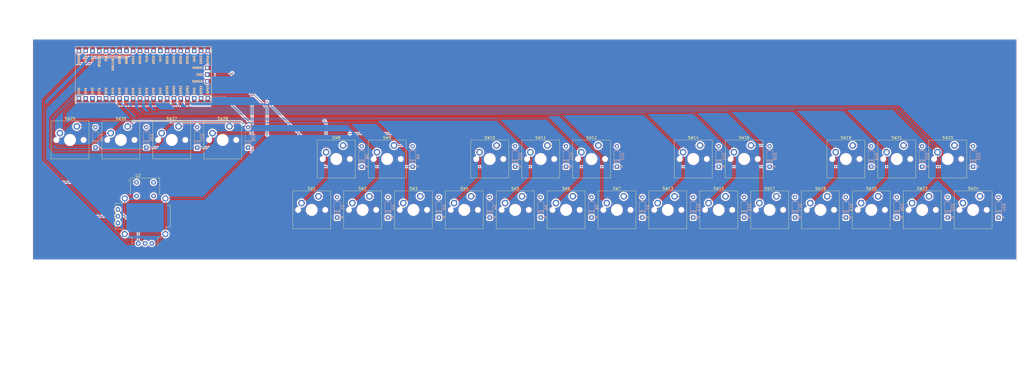
<source format=kicad_pcb>
(kicad_pcb (version 20240108) (generator "pcbnew") (generator_version "8.0")
  (layers (0 "F.Cu" signal) (31 "B.Cu" signal) (34 "B.Paste" user) (35 "F.Paste" user) (36 "B.SilkS" user "B.Silkscreen") (37 "F.SilkS" user "F.Silkscreen") (38 "B.Mask" user) (39 "F.Mask" user) (44 "Edge.Cuts" user))
  (net 0 "")
  (net 1 "row1")
  (net 2 "Net-(D1-A)")
  (net 3 "Net-(D2-A)")
  (net 4 "Net-(D3-A)")
  (net 5 "Net-(D4-A)")
  (net 6 "Net-(D5-A)")
  (net 7 "Net-(D6-A)")
  (net 8 "Net-(D7-A)")
  (net 9 "Net-(D8-A)")
  (net 10 "row0")
  (net 11 "Net-(D9-A)")
  (net 12 "Net-(D10-A)")
  (net 13 "Net-(D11-A)")
  (net 14 "Net-(D12-A)")
  (net 15 "Net-(D13-A)")
  (net 16 "col0")
  (net 17 "col1")
  (net 18 "col2")
  (net 19 "col3")
  (net 20 "col4")
  (net 21 "col5")
  (net 22 "col6")
  (net 23 "col7")
  (net 45 "Net-(D14-A)")
  (net 46 "Net-(D15-A)")
  (net 47 "Net-(D16-A)")
  (net 48 "Net-(D17-A)")
  (net 49 "Net-(D18-A)")
  (net 50 "Net-(D19-A)")
  (net 51 "Net-(D20-A)")
  (net 52 "Net-(D21-A)")
  (net 53 "Net-(D22-A)")
  (net 54 "Net-(D23-A)")
  (net 55 "Net-(D24-A)")
  (net 56 "Net-(D25-A)")
  (net 57 "Net-(D26-A)")
  (net 58 "Net-(D27-A)")
  (net 59 "Net-(D28-A)")
  (net 60 "col8")
  (net 61 "col9")
  (net 62 "col10")
  (net 63 "col11")
  (net 64 "col12")
  (net 65 "col13")
  (net 66 "gnd")
  (net 67 "Net-(U1-3V3)")
  (net 68 "Net-(U1-GPIO27_ADC1)")
  (net 69 "row2")
  (net 70 "Net-(U1-GPIO17)")
  (net 71 "Net-(U1-GPIO26_ADC0)")
  (footprint "joystick:XDCR_COM-09032" (layer "F.Cu") (at 78.58425 118.27375)
    (property "Reference" "U2")
    (property "Value" "COM-09032")
  )
  (footprint "ScottoKeebs_MX:MX_PCB_1.00unew" (layer "F.Cu") (at 350.523 115.8925)
    (property "Reference" "SW20")
    (property "Value" "SW_Push")
  )
  (footprint "ScottoKeebs_MX:MX_PCB_1.00unew" (layer "F.Cu") (at 274.323 115.8925)
    (property "Reference" "SW13")
    (property "Value" "SW_Push")
  )
  (footprint "ScottoKeebs_MCU:Raspberry_Pi_Pico" (layer "F.Cu") (at 77.94925 65.25125 90)
    (property "Reference" "U1" (hide yes))
    (property "Value" "Raspberry_Pi_Pico" (hide yes))
  )
  (footprint "ScottoKeebs_MX:MX_PCB_1.00unew" (layer "F.Cu") (at 293.373 115.8925)
    (property "Reference" "SW15")
    (property "Value" "SW_Push")
  )
  (footprint "ScottoKeebs_MX:MX_PCB_1.00unew" (layer "F.Cu") (at 388.623 115.8925)
    (property "Reference" "SW24")
    (property "Value" "SW_Push")
  )
  (footprint "ScottoKeebs_MX:MX_PCB_1.00unew" (layer "F.Cu") (at 140.973 115.8925)
    (property "Reference" "SW1")
    (property "Value" "SW_Push")
  )
  (footprint "ScottoKeebs_MX:MX_PCB_1.00unew" (layer "F.Cu") (at 226.698 96.8425)
    (property "Reference" "SW11")
    (property "Value" "SW_Push")
  )
  (footprint "ScottoKeebs_MX:MX_PCB_1.00unew" (layer "F.Cu") (at 179.073 115.8925)
    (property "Reference" "SW3")
    (property "Value" "SW_Push")
  )
  (footprint "ScottoKeebs_MX:MX_PCB_1.00unew" (layer "F.Cu") (at 331.473 115.8925)
    (property "Reference" "SW18")
    (property "Value" "SW_Push")
  )
  (footprint "ScottoKeebs_MX:MX_PCB_1.00unew" (layer "F.Cu") (at 245.748 96.8425)
    (property "Reference" "SW12")
    (property "Value" "SW_Push")
  )
  (footprint "ScottoKeebs_MX:MX_PCB_1.00unew" (layer "F.Cu") (at 198.123 115.8925)
    (property "Reference" "SW4")
    (property "Value" "SW_Push")
  )
  (footprint "ScottoKeebs_MX:MX_PCB_1.00unew" (layer "F.Cu") (at 340.998 96.8425)
    (property "Reference" "SW19")
    (property "Value" "SW_Push")
  )
  (footprint "ScottoKeebs_MX:MX_PCB_1.00unew" (layer "F.Cu") (at 50.4855 89.69875)
    (property "Reference" "SW25")
    (property "Value" "SW_Push")
  )
  (footprint "ScottoKeebs_MX:MX_PCB_1.00unew" (layer "F.Cu") (at 360.048 96.8425)
    (property "Reference" "SW21")
    (property "Value" "SW_Push")
  )
  (footprint "ScottoKeebs_MX:MX_PCB_1.00unew" (layer "F.Cu") (at 255.273 115.8925)
    (property "Reference" "SW7")
    (property "Value" "SW_Push")
  )
  (footprint "ScottoKeebs_MX:MX_PCB_1.00unew" (layer "F.Cu") (at 283.848 96.8425)
    (property "Reference" "SW14")
    (property "Value" "SW_Push")
  )
  (footprint "ScottoKeebs_MX:MX_PCB_1.00unew" (layer "F.Cu") (at 302.898 96.8425)
    (property "Reference" "SW16")
    (property "Value" "SW_Push")
  )
  (footprint "ScottoKeebs_MX:MX_PCB_1.00unew" (layer "F.Cu") (at 217.173 115.8925)
    (property "Reference" "SW5")
    (property "Value" "SW_Push")
  )
  (footprint "ScottoKeebs_MX:MX_PCB_1.00unew" (layer "F.Cu") (at 69.5355 89.69875)
    (property "Reference" "SW26")
    (property "Value" "SW_Push")
  )
  (footprint "ScottoKeebs_MX:MX_PCB_1.00unew" (layer "F.Cu") (at 207.648 96.8425)
    (property "Reference" "SW10")
    (property "Value" "SW_Push")
  )
  (footprint "ScottoKeebs_MX:MX_PCB_1.00unew" (layer "F.Cu") (at 369.573 115.8925)
    (property "Reference" "SW22")
    (property "Value" "SW_Push")
  )
  (footprint "ScottoKeebs_MX:MX_PCB_1.00unew" (layer "F.Cu") (at 169.2305 96.8425)
    (property "Reference" "SW9")
    (property "Value" "SW_Push")
  )
  (footprint "ScottoKeebs_MX:MX_PCB_1.00unew" (layer "F.Cu") (at 160.023 115.8925)
    (property "Reference" "SW2")
    (property "Value" "SW_Push")
  )
  (footprint "ScottoKeebs_MX:MX_PCB_1.00unew" (layer "F.Cu") (at 107.6355 89.69875)
    (property "Reference" "SW28")
    (property "Value" "SW_Push")
  )
  (footprint "ScottoKeebs_MX:MX_PCB_1.00unew" (layer "F.Cu") (at 88.5855 89.69875)
    (property "Reference" "SW27")
    (property "Value" "SW_Push")
  )
  (footprint "ScottoKeebs_MX:MX_PCB_1.00unew" (layer "F.Cu") (at 150.1805 96.8425)
    (property "Reference" "SW8")
    (property "Value" "SW_Push")
  )
  (footprint "ScottoKeebs_MX:MX_PCB_1.00unew" (layer "F.Cu") (at 379.098 96.8425)
    (property "Reference" "SW23")
    (property "Value" "SW_Push")
  )
  (footprint "ScottoKeebs_MX:MX_PCB_1.00unew" (layer "F.Cu") (at 312.423 115.8925)
    (property "Reference" "SW17")
    (property "Value" "SW_Push")
  )
  (footprint "ScottoKeebs_MX:MX_PCB_1.00unew" (layer "F.Cu") (at 236.223 115.8925)
    (property "Reference" "SW6")
    (property "Value" "SW_Push")
  )
  (footprint "Diode_THT:D_DO-35_SOD27_P7.62mm_Horizontal" (layer "B.Cu") (at 283.848 118.75 90)
    (property "Reference" "D13")
    (property "Value" "1N4148")
  )
  (footprint "Diode_THT:D_DO-35_SOD27_P7.62mm_Horizontal" (layer "B.Cu") (at 169.548 118.75 90)
    (property "Reference" "D2")
    (property "Value" "1N4148")
  )
  (footprint "Diode_THT:D_DO-35_SOD27_P7.62mm_Horizontal" (layer "B.Cu") (at 312.423 99.7 90)
    (property "Reference" "D16")
    (property "Value" "1N4148")
  )
  (footprint "Diode_THT:D_DO-35_SOD27_P7.62mm_Horizontal" (layer "B.Cu") (at 159.7055 99.7 90)
    (property "Reference" "D8")
    (property "Value" "1N4148")
  )
  (footprint "Diode_THT:D_DO-35_SOD27_P7.62mm_Horizontal" (layer "B.Cu") (at 302.898 118.75 90)
    (property "Reference" "D15")
    (property "Value" "1N4148")
  )
  (footprint "Diode_THT:D_DO-35_SOD27_P7.62mm_Horizontal" (layer "B.Cu") (at 188.598 118.75 90)
    (property "Reference" "D3")
    (property "Value" "1N4148")
  )
  (footprint "Diode_THT:D_DO-35_SOD27_P7.62mm_Horizontal" (layer "B.Cu") (at 117.1605 92.55625 90)
    (property "Reference" "D28")
    (property "Value" "1N4148")
  )
  (footprint "Diode_THT:D_DO-35_SOD27_P7.62mm_Horizontal" (layer "B.Cu") (at 379.098 118.75 90)
    (property "Reference" "D22")
    (property "Value" "1N4148")
  )
  (footprint "Diode_THT:D_DO-35_SOD27_P7.62mm_Horizontal" (layer "B.Cu") (at 360.048 118.75 90)
    (property "Reference" "D20")
    (property "Value" "1N4148")
  )
  (footprint "Diode_THT:D_DO-35_SOD27_P7.62mm_Horizontal" (layer "B.Cu") (at 369.573 99.7 90)
    (property "Reference" "D21")
    (property "Value" "1N4148")
  )
  (footprint "Diode_THT:D_DO-35_SOD27_P7.62mm_Horizontal" (layer "B.Cu") (at 245.748 118.75 90)
    (property "Reference" "D6")
    (property "Value" "1N4148")
  )
  (footprint "Diode_THT:D_DO-35_SOD27_P7.62mm_Horizontal" (layer "B.Cu") (at 217.173 99.7 90)
    (property "Reference" "D10")
    (property "Value" "1N4148")
  )
  (footprint "Diode_THT:D_DO-35_SOD27_P7.62mm_Horizontal" (layer "B.Cu") (at 60.0105 92.55625 90)
    (property "Reference" "D25")
    (property "Value" "1N4148")
  )
  (footprint "Diode_THT:D_DO-35_SOD27_P7.62mm_Horizontal" (layer "B.Cu") (at 398.148 118.75 90)
    (property "Reference" "D24")
    (property "Value" "1N4148")
  )
  (footprint "Diode_THT:D_DO-35_SOD27_P7.62mm_Horizontal" (layer "B.Cu") (at 388.623 99.7 90)
    (property "Reference" "D23")
    (property "Value" "1N4148")
  )
  (footprint "Diode_THT:D_DO-35_SOD27_P7.62mm_Horizontal" (layer "B.Cu") (at 207.648 118.75 90)
    (property "Reference" "D4")
    (property "Value" "1N4148")
  )
  (footprint "Diode_THT:D_DO-35_SOD27_P7.62mm_Horizontal" (layer "B.Cu") (at 350.523 99.7 90)
    (property "Reference" "D19")
    (property "Value" "1N4148")
  )
  (footprint "Diode_THT:D_DO-35_SOD27_P7.62mm_Horizontal" (layer "B.Cu") (at 178.7555 99.7 90)
    (property "Reference" "D9")
    (property "Value" "1N4148")
  )
  (footprint "Diode_THT:D_DO-35_SOD27_P7.62mm_Horizontal" (layer "B.Cu") (at 255.273 99.7 90)
    (property "Reference" "D12")
    (property "Value" "1N4148")
  )
  (footprint "Diode_THT:D_DO-35_SOD27_P7.62mm_Horizontal" (layer "B.Cu") (at 293.373 99.7 90)
    (property "Reference" "D14")
    (property "Value" "1N4148")
  )
  (footprint "Diode_THT:D_DO-35_SOD27_P7.62mm_Horizontal" (layer "B.Cu") (at 226.698 118.75 90)
    (property "Reference" "D5")
    (property "Value" "1N4148")
  )
  (footprint "Diode_THT:D_DO-35_SOD27_P7.62mm_Horizontal" (layer "B.Cu") (at 79.0605 92.55625 90)
    (property "Reference" "D26")
    (property "Value" "1N4148")
  )
  (footprint "Diode_THT:D_DO-35_SOD27_P7.62mm_Horizontal" (layer "B.Cu") (at 236.223 99.7 90)
    (property "Reference" "D11")
    (property "Value" "1N4148")
  )
  (footprint "Diode_THT:D_DO-35_SOD27_P7.62mm_Horizontal" (layer "B.Cu") (at 150.498 118.75 90)
    (property "Reference" "D1")
    (property "Value" "1N4148")
  )
  (footprint "Diode_THT:D_DO-35_SOD27_P7.62mm_Horizontal" (layer "B.Cu") (at 98.1105 92.55625 90)
    (property "Reference" "D27")
    (property "Value" "1N4148")
  )
  (footprint "Diode_THT:D_DO-35_SOD27_P7.62mm_Horizontal" (layer "B.Cu") (at 264.798 118.75 90)
    (property "Reference" "D7")
    (property "Value" "1N4148")
  )
  (footprint "Diode_THT:D_DO-35_SOD27_P7.62mm_Horizontal" (layer "B.Cu") (at 340.998 118.75 90)
    (property "Reference" "D18")
    (property "Value" "1N4148")
  )
  (footprint "Diode_THT:D_DO-35_SOD27_P7.62mm_Horizontal" (layer "B.Cu") (at 321.948 118.75 90)
    (property "Reference" "D17")
    (property "Value" "1N4148")
  )
  (gr_rect (start 36.177 51.595) (end 405.3095 134.9475) (stroke (width 0.05)) (fill none) (layer "Edge.Cuts"))
  (segment (start 350.523 99.7) (end 369.573 99.7) (width 0.2) (layer "F.Cu") (net 1))
  (segment (start 159.7055 99.7) (end 178.7555 99.7) (width 0.2) (layer "F.Cu") (net 1))
  (segment (start 143.8755 94.993) (end 124.2925 75.41) (width 0.2) (layer "F.Cu") (net 1))
  (segment (start 369.573 99.7) (end 388.623 99.7) (width 0.2) (layer "F.Cu") (net 1))
  (segment (start 312.423 99.7) (end 350.523 99.7) (width 0.2) (layer "F.Cu") (net 1))
  (segment (start 159.7055 99.7) (end 145.983686 99.7) (width 0.2) (layer "F.Cu") (net 1))
  (segment (start 217.173 99.7) (end 236.223 99.7) (width 0.2) (layer "F.Cu") (net 1))
  (segment (start 143.8755 97.591814) (end 143.8755 94.993) (width 0.2) (layer "F.Cu") (net 1))
  (segment (start 293.373 99.7) (end 312.423 99.7) (width 0.2) (layer "F.Cu") (net 1))
  (segment (start 255.273 99.7) (end 293.373 99.7) (width 0.2) (layer "F.Cu") (net 1))
  (segment (start 145.983686 99.7) (end 143.8755 97.591814) (width 0.2) (layer "F.Cu") (net 1))
  (segment (start 236.223 99.7) (end 255.273 99.7) (width 0.2) (layer "F.Cu") (net 1))
  (segment (start 178.7555 99.7) (end 217.173 99.7) (width 0.2) (layer "F.Cu") (net 1))
  (via (at 124.2925 75.41) (size 0.6) (drill 0.3) (layers "F.Cu" "B.Cu") (net 1))
  (segment (start 121.911 75.41) (end 119.49225 72.99125) (width 0.2) (layer "B.Cu") (net 1))
  (segment (start 119.49225 72.99125) (end 100.68925 72.99125) (width 0.2) (layer "B.Cu") (net 1))
  (segment (start 100.68925 72.99125) (end 99.53925 74.14125) (width 0.2) (layer "B.Cu") (net 1))
  (segment (start 124.2925 75.41) (end 121.911 75.41) (width 0.2) (layer "B.Cu") (net 1))
  (segment (start 150.1805 110.8125) (end 150.498 111.13) (width 0.2) (layer "F.Cu") (net 2))
  (segment (start 143.513 110.8125) (end 150.1805 110.8125) (width 0.2) (layer "F.Cu") (net 2))
  (segment (start 169.2305 110.8125) (end 169.548 111.13) (width 0.2) (layer "F.Cu") (net 3))
  (segment (start 162.563 110.8125) (end 169.2305 110.8125) (width 0.2) (layer "F.Cu") (net 3))
  (segment (start 181.613 110.8125) (end 188.2805 110.8125) (width 0.2) (layer "F.Cu") (net 4))
  (segment (start 188.2805 110.8125) (end 188.598 111.13) (width 0.2) (layer "F.Cu") (net 4))
  (segment (start 200.663 110.8125) (end 207.3305 110.8125) (width 0.2) (layer "F.Cu") (net 5))
  (segment (start 207.3305 110.8125) (end 207.648 111.13) (width 0.2) (layer "F.Cu") (net 5))
  (segment (start 219.713 110.8125) (end 226.3805 110.8125) (width 0.2) (layer "F.Cu") (net 6))
  (segment (start 226.3805 110.8125) (end 226.698 111.13) (width 0.2) (layer "F.Cu") (net 6))
  (segment (start 245.4305 110.8125) (end 245.748 111.13) (width 0.2) (layer "F.Cu") (net 7))
  (segment (start 238.763 110.8125) (end 245.4305 110.8125) (width 0.2) (layer "F.Cu") (net 7))
  (segment (start 264.4805 110.8125) (end 264.798 111.13) (width 0.2) (layer "F.Cu") (net 8))
  (segment (start 257.813 110.8125) (end 264.4805 110.8125) (width 0.2) (layer "F.Cu") (net 8))
  (segment (start 152.7205 91.7625) (end 159.388 91.7625) (width 0.2) (layer "F.Cu") (net 9))
  (segment (start 159.388 91.7625) (end 159.7055 92.08) (width 0.2) (layer "F.Cu") (net 9))
  (segment (start 117.1605 92.55625) (end 118.2605 91.45625) (width 0.2) (layer "F.Cu") (net 10))
  (segment (start 60.0105 92.55625) (end 79.0605 92.55625) (width 0.2) (layer "F.Cu") (net 10))
  (segment (start 108.74675 74.14125) (end 102.07925 74.14125) (width 0.2) (layer "F.Cu") (net 10))
  (segment (start 98.1105 92.55625) (end 117.1605 92.55625) (width 0.2) (layer "F.Cu") (net 10))
  (segment (start 118.2605 91.45625) (end 118.2605 83.655) (width 0.2) (layer "F.Cu") (net 10))
  (segment (start 118.2605 83.655) (end 108.74675 74.14125) (width 0.2) (layer "F.Cu") (net 10))
  (segment (start 79.0605 92.55625) (end 98.1105 92.55625) (width 0.2) (layer "F.Cu") (net 10))
  (segment (start 171.7705 91.7625) (end 178.438 91.7625) (width 0.2) (layer "F.Cu") (net 11))
  (segment (start 178.438 91.7625) (end 178.7555 92.08) (width 0.2) (layer "F.Cu") (net 11))
  (segment (start 210.188 91.7625) (end 216.8555 91.7625) (width 0.2) (layer "F.Cu") (net 12))
  (segment (start 216.8555 91.7625) (end 217.173 92.08) (width 0.2) (layer "F.Cu") (net 12))
  (segment (start 235.9055 91.7625) (end 236.223 92.08) (width 0.2) (layer "F.Cu") (net 13))
  (segment (start 229.238 91.7625) (end 235.9055 91.7625) (width 0.2) (layer "F.Cu") (net 13))
  (segment (start 248.288 91.7625) (end 254.9555 91.7625) (width 0.2) (layer "F.Cu") (net 14))
  (segment (start 254.9555 91.7625) (end 255.273 92.08) (width 0.2) (layer "F.Cu") (net 14))
  (segment (start 276.863 110.8125) (end 283.5305 110.8125) (width 0.2) (layer "F.Cu") (net 15))
  (segment (start 283.5305 110.8125) (end 283.848 111.13) (width 0.2) (layer "F.Cu") (net 15))
  (segment (start 146.3705 83.19) (end 146.3705 94.3025) (width 0.2) (layer "F.Cu") (net 16))
  (segment (start 145.7355 82.555) (end 146.3705 83.19) (width 0.2) (layer "F.Cu") (net 16))
  (segment (start 145.7355 82.46875) (end 145.7355 82.555) (width 0.2) (layer "F.Cu") (net 16))
  (via (at 145.7355 82.46875) (size 0.6) (drill 0.3) (layers "F.Cu" "B.Cu") (net 16))
  (segment (start 48.501125 79.459375) (end 53.81925 74.14125) (width 0.2) (layer "B.Cu") (net 16))
  (segment (start 145.5355 82.26875) (end 145.7355 82.46875) (width 0.2) (layer "B.Cu") (net 16))
  (segment (start 48.501125 85.333125) (end 48.501125 79.459375) (width 0.2) (layer "B.Cu") (net 16))
  (segment (start 51.5655 82.26875) (end 145.5355 82.26875) (width 0.2) (layer "B.Cu") (net 16))
  (segment (start 46.6755 87.15875) (end 51.5655 82.26875) (width 0.2) (layer "B.Cu") (net 16))
  (segment (start 46.6755 87.15875) (end 48.501125 85.333125) (width 0.2) (layer "B.Cu") (net 16))
  (segment (start 146.3705 104.145) (end 137.163 113.3525) (width 0.2) (layer "B.Cu") (net 16))
  (segment (start 146.3705 94.3025) (end 146.3705 104.145) (width 0.2) (layer "B.Cu") (net 16))
  (segment (start 74.298 82.86875) (end 114.369049 82.86875) (width 0.2) (layer "F.Cu") (net 17))
  (segment (start 114.369049 82.86875) (end 115.169049 83.66875) (width 0.2) (layer "F.Cu") (net 17))
  (segment (start 56.35925 75.70125) (end 56.35925 74.14125) (width 0.2) (layer "F.Cu") (net 17))
  (via (at 74.298 82.86875) (size 0.6) (drill 0.3) (layers "F.Cu" "B.Cu") (net 17))
  (via (at 115.169049 83.66875) (size 0.6) (drill 0.3) (layers "F.Cu" "B.Cu") (net 17))
  (segment (start 55.20925 72.99125) (end 56.35925 74.14125) (width 0.2) (layer "B.Cu") (net 17))
  (segment (start 115.369049 83.46875) (end 154.58675 83.46875) (width 0.2) (layer "B.Cu") (net 17))
  (segment (start 46.054338 92.08) (end 44.1805 90.206162) (width 0.2) (layer "B.Cu") (net 17))
  (segment (start 65.7255 87.15875) (end 63.208 87.15875) (width 0.2) (layer "B.Cu") (net 17))
  (segment (start 165.4205 104.145) (end 156.213 113.3525) (width 0.2) (layer "B.Cu") (net 17))
  (segment (start 115.169049 83.66875) (end 115.369049 83.46875) (width 0.2) (layer "B.Cu") (net 17))
  (segment (start 44.1805 90.206162) (end 44.1805 81.71625) (width 0.2) (layer "B.Cu") (net 17))
  (segment (start 44.1805 81.71625) (end 52.9055 72.99125) (width 0.2) (layer "B.Cu") (net 17))
  (segment (start 165.4205 94.3025) (end 165.4205 104.145) (width 0.2) (layer "B.Cu") (net 17))
  (segment (start 70.0155 82.86875) (end 74.298 82.86875) (width 0.2) (layer "B.Cu") (net 17))
  (segment (start 58.28675 92.08) (end 46.054338 92.08) (width 0.2) (layer "B.Cu") (net 17))
  (segment (start 52.9055 72.99125) (end 55.20925 72.99125) (width 0.2) (layer "B.Cu") (net 17))
  (segment (start 65.7255 87.15875) (end 70.0155 82.86875) (width 0.2) (layer "B.Cu") (net 17))
  (segment (start 63.208 87.15875) (end 58.28675 92.08) (width 0.2) (layer "B.Cu") (net 17))
  (segment (start 154.58675 83.46875) (end 165.4205 94.3025) (width 0.2) (layer "B.Cu") (net 17))
  (segment (start 61.43925 75.70125) (end 61.43925 74.14125) (width 0.2) (layer "F.Cu") (net 18))
  (segment (start 43.7805 81.550564) (end 52.739814 72.59125) (width 0.2) (layer "B.Cu") (net 18))
  (segment (start 81.280412 93.65625) (end 44.918 93.65625) (width 0.2) (layer "B.Cu") (net 18))
  (segment (start 84.7755 90.161162) (end 81.280412 93.65625) (width 0.2) (layer "B.Cu") (net 18))
  (segment (start 88.8655 83.06875) (end 165.268782 83.06875) (width 0.2) (layer "B.Cu") (net 18))
  (segment (start 165.268782 83.06875) (end 176.512999 94.312967) (width 0.2) (layer "B.Cu") (net 18))
  (segment (start 84.7755 87.15875) (end 84.7755 85.88875) (width 0.2) (layer "B.Cu") (net 18))
  (segment (start 52.739814 72.59125) (end 59.88925 72.59125) (width 0.2) (layer "B.Cu") (net 18))
  (segment (start 84.7755 87.15875) (end 88.8655 83.06875) (width 0.2) (layer "B.Cu") (net 18))
  (segment (start 59.88925 72.59125) (end 61.43925 74.14125) (width 0.2) (layer "B.Cu") (net 18))
  (segment (start 176.512999 112.102501) (end 175.263 113.3525) (width 0.2) (layer "B.Cu") (net 18))
  (segment (start 43.7805 92.51875) (end 43.7805 81.550564) (width 0.2) (layer "B.Cu") (net 18))
  (segment (start 175.42175 113.51125) (end 175.263 113.3525) (width 0.2) (layer "B.Cu") (net 18))
  (segment (start 176.512999 94.312967) (end 176.512999 112.102501) (width 0.2) (layer "B.Cu") (net 18))
  (segment (start 44.918 93.65625) (end 43.7805 92.51875) (width 0.2) (layer "B.Cu") (net 18))
  (segment (start 84.7755 87.15875) (end 84.7755 90.161162) (width 0.2) (layer "B.Cu") (net 18))
  (segment (start 155.2605 87.3175) (end 196.853 87.3175) (width 0.2) (layer "F.Cu") (net 19))
  (segment (start 196.853 87.3175) (end 203.838 94.3025) (width 0.2) (layer "F.Cu") (net 19))
  (via (at 155.2605 87.3175) (size 0.6) (drill 0.3) (layers "F.Cu" "B.Cu") (net 19))
  (segment (start 103.8255 90.161162) (end 99.930412 94.05625) (width 0.2) (layer "B.Cu") (net 19))
  (segment (start 103.8255 87.15875) (end 103.8255 90.161162) (width 0.2) (layer "B.Cu") (net 19))
  (segment (start 44.752314 94.05625) (end 43.34175 92.645686) (width 0.2) (layer "B.Cu") (net 19))
  (segment (start 203.838 94.3025) (end 203.838 103.8275) (width 0.2) (layer "B.Cu") (net 19))
  (segment (start 43.34175 81.423628) (end 52.574128 72.19125) (width 0.2) (layer "B.Cu") (net 19))
  (segment (start 62.02925 72.19125) (end 63.97925 74.14125) (width 0.2) (layer "B.Cu") (net 19))
  (segment (start 155.10175 87.15875) (end 155.2605 87.3175) (width 0.2) (layer "B.Cu") (net 19))
  (segment (start 203.838 103.8275) (end 194.313 113.3525) (width 0.2) (layer "B.Cu") (net 19))
  (segment (start 43.34175 92.645686) (end 43.34175 81.423628) (width 0.2) (layer "B.Cu") (net 19))
  (segment (start 52.574128 72.19125) (end 62.02925 72.19125) (width 0.2) (layer "B.Cu") (net 19))
  (segment (start 99.930412 94.05625) (end 44.752314 94.05625) (width 0.2) (layer "B.Cu") (net 19))
  (segment (start 103.8255 87.15875) (end 155.10175 87.15875) (width 0.2) (layer "B.Cu") (net 19))
  (segment (start 222.888 94.3025) (end 210.45425 81.86875) (width 0.2) (layer "B.Cu") (net 20))
  (segment (start 222.888 94.3025) (end 222.888 103.8275) (width 0.2) (layer "B.Cu") (net 20))
  (segment (start 74.24675 81.86875) (end 66.51925 74.14125) (width 0.2) (layer "B.Cu") (net 20))
  (segment (start 210.45425 81.86875) (end 74.24675 81.86875) (width 0.2) (layer "B.Cu") (net 20))
  (segment (start 222.888 103.8275) (end 213.363 113.3525) (width 0.2) (layer "B.Cu") (net 20))
  (segment (start 241.938 94.3025) (end 241.938 103.8275) (width 0.2) (layer "B.Cu") (net 21))
  (segment (start 229.10425 81.46875) (end 76.38675 81.46875) (width 0.2) (layer "B.Cu") (net 21))
  (segment (start 241.938 94.3025) (end 229.10425 81.46875) (width 0.2) (layer "B.Cu") (net 21))
  (segment (start 241.938 103.8275) (end 232.413 113.3525) (width 0.2) (layer "B.Cu") (net 21))
  (segment (start 76.38675 81.46875) (end 69.05925 74.14125) (width 0.2) (layer "B.Cu") (net 21))
  (segment (start 76.67925 80.17375) (end 74.13925 77.63375) (width 0.2) (layer "B.Cu") (net 22))
  (segment (start 74.13925 77.63375) (end 74.13925 74.14125) (width 0.2) (layer "B.Cu") (net 22))
  (segment (start 233.84175 80.17375) (end 76.67925 80.17375) (width 0.2) (layer "B.Cu") (net 22))
  (segment (start 251.463 113.3525) (end 249.603 111.4925) (width 0.2) (layer "B.Cu") (net 22))
  (segment (start 249.603 95.935) (end 233.84175 80.17375) (width 0.2) (layer "B.Cu") (net 22))
  (segment (start 249.603 111.4925) (end 249.603 95.935) (width 0.2) (layer "B.Cu") (net 22))
  (segment (start 280.038 103.8275) (end 270.513 113.3525) (width 0.2) (layer "B.Cu") (net 23))
  (segment (start 280.038 94.3025) (end 265.50925 79.77375) (width 0.2) (layer "B.Cu") (net 23))
  (segment (start 78.6605 79.77375) (end 76.67925 77.7925) (width 0.2) (layer "B.Cu") (net 23))
  (segment (start 265.50925 79.77375) (end 78.6605 79.77375) (width 0.2) (layer "B.Cu") (net 23))
  (segment (start 76.67925 77.7925) (end 76.67925 74.14125) (width 0.2) (layer "B.Cu") (net 23))
  (segment (start 280.038 94.3025) (end 280.038 103.8275) (width 0.2) (layer "B.Cu") (net 23))
  (segment (start 286.388 91.7625) (end 293.0555 91.7625) (width 0.2) (layer "F.Cu") (net 45))
  (segment (start 293.0555 91.7625) (end 293.373 92.08) (width 0.2) (layer "F.Cu") (net 45))
  (segment (start 302.5805 110.8125) (end 302.898 111.13) (width 0.2) (layer "F.Cu") (net 46))
  (segment (start 295.913 110.8125) (end 302.5805 110.8125) (width 0.2) (layer "F.Cu") (net 46))
  (segment (start 312.1055 91.7625) (end 312.423 92.08) (width 0.2) (layer "F.Cu") (net 47))
  (segment (start 305.438 91.7625) (end 312.1055 91.7625) (width 0.2) (layer "F.Cu") (net 47))
  (segment (start 321.6305 110.8125) (end 321.948 111.13) (width 0.2) (layer "F.Cu") (net 48))
  (segment (start 314.963 110.8125) (end 321.6305 110.8125) (width 0.2) (layer "F.Cu") (net 48))
  (segment (start 340.6805 110.8125) (end 340.998 111.13) (width 0.2) (layer "F.Cu") (net 49))
  (segment (start 334.013 110.8125) (end 340.6805 110.8125) (width 0.2) (layer "F.Cu") (net 49))
  (segment (start 350.2055 91.7625) (end 350.523 92.08) (width 0.2) (layer "F.Cu") (net 50))
  (segment (start 343.538 91.7625) (end 350.2055 91.7625) (width 0.2) (layer "F.Cu") (net 50))
  (segment (start 359.7305 110.8125) (end 360.048 111.13) (width 0.2) (layer "F.Cu") (net 51))
  (segment (start 353.063 110.8125) (end 359.7305 110.8125) (width 0.2) (layer "F.Cu") (net 51))
  (segment (start 369.2555 91.7625) (end 369.573 92.08) (width 0.2) (layer "F.Cu") (net 52))
  (segment (start 362.588 91.7625) (end 369.2555 91.7625) (width 0.2) (layer "F.Cu") (net 52))
  (segment (start 372.113 110.8125) (end 378.7805 110.8125) (width 0.2) (layer "F.Cu") (net 53))
  (segment (start 378.7805 110.8125) (end 379.098 111.13) (width 0.2) (layer "F.Cu") (net 53))
  (segment (start 388.3055 91.7625) (end 388.623 92.08) (width 0.2) (layer "F.Cu") (net 54))
  (segment (start 381.638 91.7625) (end 388.3055 91.7625) (width 0.2) (layer "F.Cu") (net 54))
  (segment (start 391.163 110.8125) (end 397.8305 110.8125) (width 0.2) (layer "F.Cu") (net 55))
  (segment (start 397.8305 110.8125) (end 398.148 111.13) (width 0.2) (layer "F.Cu") (net 55))
  (segment (start 59.693 84.61875) (end 60.0105 84.93625) (width 0.2) (layer "F.Cu") (net 56))
  (segment (start 53.0255 84.61875) (end 59.693 84.61875) (width 0.2) (layer "F.Cu") (net 56))
  (segment (start 72.0755 84.61875) (end 78.743 84.61875) (width 0.2) (layer "F.Cu") (net 57))
  (segment (start 78.743 84.61875) (end 79.0605 84.93625) (width 0.2) (layer "F.Cu") (net 57))
  (segment (start 91.1255 84.61875) (end 97.793 84.61875) (width 0.2) (layer "F.Cu") (net 58))
  (segment (start 97.793 84.61875) (end 98.1105 84.93625) (width 0.2) (layer "F.Cu") (net 58))
  (segment (start 110.1755 84.61875) (end 116.843 84.61875) (width 0.2) (layer "F.Cu") (net 59))
  (segment (start 116.843 84.61875) (end 117.1605 84.93625) (width 0.2) (layer "F.Cu") (net 59))
  (segment (start 81.44175 79.37375) (end 79.21925 77.15125) (width 0.2) (layer "B.Cu") (net 60))
  (segment (start 299.088 103.8275) (end 289.563 113.3525) (width 0.2) (layer "B.Cu") (net 60))
  (segment (start 299.088 94.3025) (end 299.088 103.8275) (width 0.2) (layer "B.Cu") (net 60))
  (segment (start 79.21925 77.15125) (end 79.21925 74.14125) (width 0.2) (layer "B.Cu") (net 60))
  (segment (start 284.15925 79.37375) (end 81.44175 79.37375) (width 0.2) (layer "B.Cu") (net 60))
  (segment (start 299.088 94.3025) (end 284.15925 79.37375) (width 0.2) (layer "B.Cu") (net 60))
  (segment (start 308.613 113.3525) (end 309.203 112.7625) (width 0.2) (layer "B.Cu") (net 61))
  (segment (start 296.9355 78.97375) (end 83.823 78.97375) (width 0.2) (layer "B.Cu") (net 61))
  (segment (start 83.823 78.97375) (end 81.75925 76.91) (width 0.2) (layer "B.Cu") (net 61))
  (segment (start 309.203 91.24125) (end 296.9355 78.97375) (width 0.2) (layer "B.Cu") (net 61))
  (segment (start 309.203 112.7625) (end 309.203 91.24125) (width 0.2) (layer "B.Cu") (net 61))
  (segment (start 81.75925 76.91) (end 81.75925 74.14125) (width 0.2) (layer "B.Cu") (net 61))
  (segment (start 337.188 94.3025) (end 321.45925 78.57375) (width 0.2) (layer "B.Cu") (net 62))
  (segment (start 337.188 103.8275) (end 327.663 113.3525) (width 0.2) (layer "B.Cu") (net 62))
  (segment (start 321.45925 78.57375) (end 91.27175 78.57375) (width 0.2) (layer "B.Cu") (net 62))
  (segment (start 337.188 94.3025) (end 337.188 103.8275) (width 0.2) (layer "B.Cu") (net 62))
  (segment (start 91.27175 78.57375) (end 86.83925 74.14125) (width 0.2) (layer "B.Cu") (net 62))
  (segment (start 91.437436 78.17375) (end 91.437436 76.199436) (width 0.2) (layer "B.Cu") (net 63))
  (segment (start 356.238 94.3025) (end 340.10925 78.17375) (width 0.2) (layer "B.Cu") (net 63))
  (segment (start 356.238 94.3025) (end 356.238 103.8275) (width 0.2) (layer "B.Cu") (net 63))
  (segment (start 91.437436 76.199436) (end 89.37925 74.14125) (width 0.2) (layer "B.Cu") (net 63))
  (segment (start 356.238 103.8275) (end 346.713 113.3525) (width 0.2) (layer "B.Cu") (net 63))
  (segment (start 340.10925 78.17375) (end 91.437436 78.17375) (width 0.2) (layer "B.Cu") (net 63))
  (segment (start 358.75925 77.77375) (end 95.55175 77.77375) (width 0.2) (layer "B.Cu") (net 64))
  (segment (start 375.288 94.3025) (end 358.75925 77.77375) (width 0.2) (layer "B.Cu") (net 64))
  (segment (start 95.55175 77.77375) (end 91.91925 74.14125) (width 0.2) (layer "B.Cu") (net 64))
  (segment (start 375.288 103.8275) (end 365.763 113.3525) (width 0.2) (layer "B.Cu") (net 64))
  (segment (start 375.288 94.3025) (end 375.288 103.8275) (width 0.2) (layer "B.Cu") (net 64))
  (segment (start 375.930032 104.469532) (end 375.930032 95.8525) (width 0.2) (layer "B.Cu") (net 65))
  (segment (start 376.838 94.944532) (end 376.838 93.660468) (width 0.2) (layer "B.Cu") (net 65))
  (segment (start 376.838 93.660468) (end 360.551282 77.37375) (width 0.2) (layer "B.Cu") (net 65))
  (segment (start 384.813 113.3525) (end 375.930032 104.469532) (width 0.2) (layer "B.Cu") (net 65))
  (segment (start 360.551282 77.37375) (end 95.72925 77.37375) (width 0.2) (layer "B.Cu") (net 65))
  (segment (start 95.72925 77.37375) (end 94.45925 76.10375) (width 0.2) (layer "B.Cu") (net 65))
  (segment (start 375.930032 95.8525) (end 376.838 94.944532) (width 0.2) (layer "B.Cu") (net 65))
  (segment (start 94.45925 76.10375) (end 94.45925 74.14125) (width 0.2) (layer "B.Cu") (net 65))
  (segment (start 124.30425 87.75875) (end 124.30425 77.73772) (width 0.2) (layer "F.Cu") (net 66))
  (segment (start 124.30425 77.73772) (end 111.234765 64.668235) (width 0.2) (layer "F.Cu") (net 66))
  (via (at 124.30425 87.75875) (size 0.6) (drill 0.3) (layers "F.Cu" "B.Cu") (net 66))
  (via (at 111.234765 64.668235) (size 0.6) (drill 0.3) (layers "F.Cu" "B.Cu") (net 66))
  (segment (start 68.42425 120.81375) (end 68.42425 122.40125) (width 0.2) (layer "B.Cu") (net 66))
  (segment (start 70.96425 124.94125) (end 86.20425 124.94125) (width 0.2) (layer "B.Cu") (net 66))
  (segment (start 71.91675 110.65375) (end 70.96425 111.60625) (width 0.2) (layer "B.Cu") (net 66))
  (segment (start 70.96425 111.60625) (end 70.96425 124.94125) (width 0.2) (layer "B.Cu") (net 66))
  (segment (start 85.06125 112.74925) (end 72.10725 112.74925) (width 0.2) (layer "B.Cu") (net 66))
  (segment (start 111.234765 64.668235) (end 110.65175 65.25125) (width 0.2) (layer "B.Cu") (net 66))
  (segment (start 81.12425 128.43375) (end 82.71175 128.43375) (width 0.2) (layer "B.Cu") (net 66))
  (segment (start 86.20425 111.60625) (end 100.45675 111.60625) (width 0.2) (layer "B.Cu") (net 66))
  (segment (start 86.20425 124.94125) (end 86.20425 111.60625) (width 0.2) (layer "B.Cu") (net 66))
  (segment (start 100.45675 111.60625) (end 124.30425 87.75875) (width 0.2) (layer "B.Cu") (net 66))
  (segment (start 75.40925 110.65375) (end 71.91675 110.65375) (width 0.2) (layer "B.Cu") (net 66))
  (segment (start 72.10725 112.74925) (end 70.96425 111.60625) (width 0.2) (layer "B.Cu") (net 66))
  (segment (start 110.65175 65.25125) (end 101.84925 65.25125) (width 0.2) (layer "B.Cu") (net 66))
  (segment (start 86.20425 111.60625) (end 85.06125 112.74925) (width 0.2) (layer "B.Cu") (net 66))
  (segment (start 68.42425 122.40125) (end 70.96425 124.94125) (width 0.2) (layer "B.Cu") (net 66))
  (segment (start 82.71175 128.43375) (end 86.20425 124.94125) (width 0.2) (layer "B.Cu") (net 66))
  (segment (start 76.04425 123.35375) (end 76.04425 128.43375) (width 0.2) (layer "F.Cu") (net 67))
  (segment (start 68.42425 115.73375) (end 76.04425 123.35375) (width 0.2) (layer "F.Cu") (net 67))
  (segment (start 63.97925 54.80125) (end 63.97925 56.36125) (width 0.2) (layer "F.Cu") (net 67))
  (segment (start 40.5605 97.143897) (end 40.5605 74.7) (width 0.2) (layer "B.Cu") (net 67))
  (segment (start 71.850353 128.43375) (end 40.5605 97.143897) (width 0.2) (layer "B.Cu") (net 67))
  (segment (start 62.82925 57.51125) (end 63.97925 56.36125) (width 0.2) (layer "B.Cu") (net 67))
  (segment (start 57.74925 57.51125) (end 62.82925 57.51125) (width 0.2) (layer "B.Cu") (net 67))
  (segment (start 40.5605 74.7) (end 57.74925 57.51125) (width 0.2) (layer "B.Cu") (net 67))
  (segment (start 76.04425 128.43375) (end 71.850353 128.43375) (width 0.2) (layer "B.Cu") (net 67))
  (segment (start 77.39525 127.24475) (end 71.227039 127.24475) (width 0.2) (layer "B.Cu") (net 68))
  (segment (start 40.9605 77.7925) (end 60.28925 58.46375) (width 0.2) (layer "B.Cu") (net 68))
  (segment (start 40.9605 96.978211) (end 40.9605 77.7925) (width 0.2) (layer "B.Cu") (net 68))
  (segment (start 72.03675 58.46375) (end 74.13925 56.36125) (width 0.2) (layer "B.Cu") (net 68))
  (segment (start 60.28925 58.46375) (end 72.03675 58.46375) (width 0.2) (layer "B.Cu") (net 68))
  (segment (start 71.227039 127.24475) (end 40.9605 96.978211) (width 0.2) (layer "B.Cu") (net 68))
  (segment (start 78.58425 128.43375) (end 77.39525 127.24475) (width 0.2) (layer "B.Cu") (net 68))
  (segment (start 379.098 118.75) (end 398.148 118.75) (width 0.2) (layer "F.Cu") (net 69))
  (segment (start 340.998 118.75) (end 360.048 118.75) (width 0.2) (layer "F.Cu") (net 69))
  (segment (start 207.648 118.75) (end 226.698 118.75) (width 0.2) (layer "F.Cu") (net 69))
  (segment (start 245.748 118.75) (end 264.798 118.75) (width 0.2) (layer "F.Cu") (net 69))
  (segment (start 360.048 118.75) (end 379.098 118.75) (width 0.2) (layer "F.Cu") (net 69))
  (segment (start 150.498 118.75) (end 137.018088 118.75) (width 0.2) (layer "F.Cu") (net 69))
  (segment (start 150.498 118.75) (end 169.548 118.75) (width 0.2) (layer "F.Cu") (net 69))
  (segment (start 118.6605 72.9425) (end 102.07925 56.36125) (width 0.2) (layer "F.Cu") (net 69))
  (segment (start 283.848 118.75) (end 302.898 118.75) (width 0.2) (layer "F.Cu") (net 69))
  (segment (start 302.898 118.75) (end 321.948 118.75) (width 0.2) (layer "F.Cu") (net 69))
  (segment (start 321.948 118.75) (end 340.998 118.75) (width 0.2) (layer "F.Cu") (net 69))
  (segment (start 188.598 118.75) (end 207.648 118.75) (width 0.2) (layer "F.Cu") (net 69))
  (segment (start 264.798 118.75) (end 283.848 118.75) (width 0.2) (layer "F.Cu") (net 69))
  (segment (start 169.548 118.75) (end 188.598 118.75) (width 0.2) (layer "F.Cu") (net 69))
  (segment (start 226.698 118.75) (end 245.748 118.75) (width 0.2) (layer "F.Cu") (net 69))
  (segment (start 118.6605 100.392412) (end 118.6605 72.9425) (width 0.2) (layer "F.Cu") (net 69))
  (segment (start 137.018088 118.75) (end 118.6605 100.392412) (width 0.2) (layer "F.Cu") (net 69))
  (segment (start 47.28875 105.57375) (end 38.5585 96.8435) (width 0.2) (layer "F.Cu") (net 70))
  (segment (start 38.5585 73.0285) (end 50.466 61.121) (width 0.2) (layer "F.Cu") (net 70))
  (segment (start 38.5585 96.8435) (end 38.5585 73.0285) (width 0.2) (layer "F.Cu") (net 70))
  (segment (start 94.7795 61.121) (end 99.53925 56.36125) (width 0.2) (layer "F.Cu") (net 70))
  (segment (start 75.40925 105.57375) (end 47.28875 105.57375) (width 0.2) (layer "F.Cu") (net 70))
  (segment (start 50.466 61.121) (end 94.7795 61.121) (width 0.2) (layer "F.Cu") (net 70))
  (segment (start 38.1585 97.009186) (end 38.1585 72.862814) (width 0.2) (layer "F.Cu") (net 71))
  (segment (start 52.281814 58.7395) (end 74.301 58.7395) (width 0.2) (layer "F.Cu") (net 71))
  (segment (start 74.301 58.7395) (end 76.67925 56.36125) (width 0.2) (layer "F.Cu") (net 71))
  (segment (start 38.1585 72.862814) (end 52.281814 58.7395) (width 0.2) (layer "F.Cu") (net 71))
  (segment (start 59.423064 118.27375) (end 38.1585 97.009186) (width 0.2) (layer "F.Cu") (net 71))
  (segment (start 68.42425 118.27375) (end 59.423064 118.27375) (width 0.2) (layer "F.Cu") (net 71))
  (zone (net 0) (net_name "") (layers "F&B.Cu") (connect_pads (clearance 0.5)) (min_thickness 0.25) (fill yes (thermal_gap 0.5) (thermal_bridge_width 0.5) (island_removal_mode 1) (island_area_min 10))
    (polygon (pts (xy 24.2695 175.433) (xy 24.2695 37.306) (xy 407.691 37.306) (xy 407.691 175.433) (xy 136.2 175.433)))
  )
)
</source>
